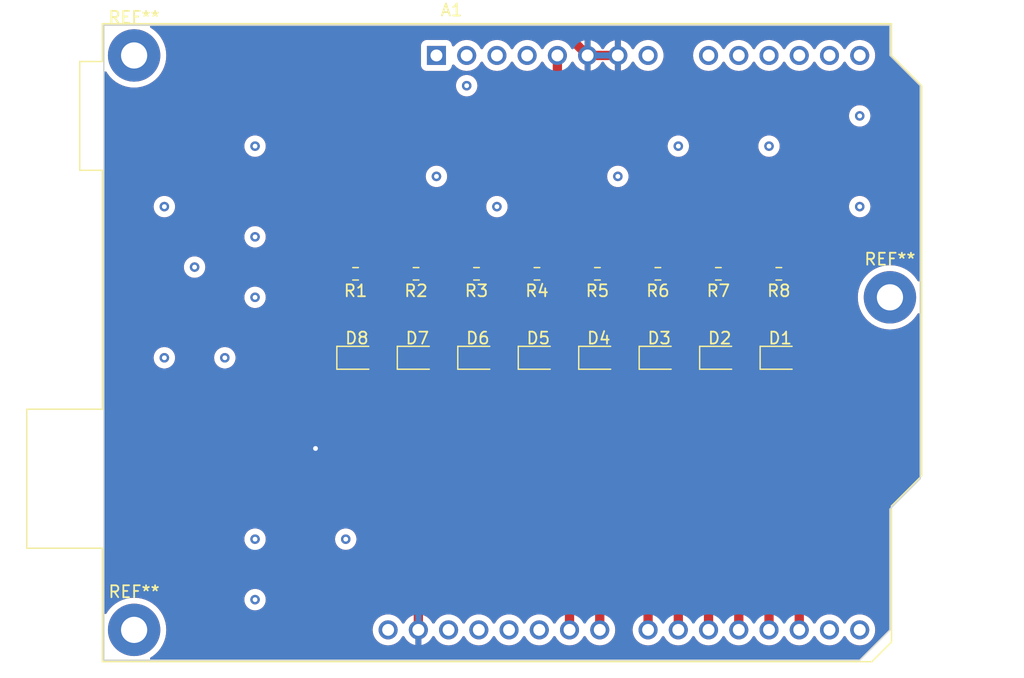
<source format=kicad_pcb>
(kicad_pcb (version 20221018) (generator pcbnew)
  (layers (0 "F.Cu" signal) (31 "B.Cu" signal) (34 "B.Paste" user) (35 "F.Paste" user) (36 "B.SilkS" user "B.Silkscreen") (37 "F.SilkS" user "F.Silkscreen") (38 "B.Mask" user) (39 "F.Mask" user) (44 "Edge.Cuts" user))
  (net 0 "")
  (net 5 "Net-(A1-+5V)")
  (net 6 "GND")
  (net 16 "Net-(A1-D2)")
  (net 17 "Net-(A1-D3)")
  (net 18 "Net-(A1-D4)")
  (net 19 "Net-(A1-D5)")
  (net 20 "Net-(A1-D6)")
  (net 21 "Net-(A1-D7)")
  (net 22 "Net-(A1-D8)")
  (net 23 "Net-(A1-D9)")
  (net 29 "Net-(D1-A)")
  (net 30 "Net-(D2-A)")
  (net 31 "Net-(D3-A)")
  (net 32 "Net-(D4-A)")
  (net 33 "Net-(D5-A)")
  (net 34 "Net-(D6-A)")
  (net 35 "Net-(D7-A)")
  (net 36 "Net-(D8-A)")
  (footprint "Resistor_SMD:R_0603_1608Metric" (layer "F.Cu") (at 160.845 53.905 180)
    (fp_text reference "R7" (at 0 -1.43) (layer "F.SilkS"))
    (fp_text value "247")
    (fp_line (start -0.237258 -0.5225) (end 0.237258 -0.5225) (stroke (width 0.12)) (layer "F.SilkS"))
    (fp_line (start -0.237258 0.5225) (end 0.237258 0.5225) (stroke (width 0.12)) (layer "F.SilkS"))
    (pad "1" smd roundrect (at -0.825 0 180) (size 0.8 0.95) (layers "F.Cu" "F.Paste" "F.Mask") (net 5 "Net-(A1-+5V)"))
    (pad "2" smd roundrect (at 0.825 0 180) (size 0.8 0.95) (layers "F.Cu" "F.Paste" "F.Mask") (net 30 "Net-(D2-A)"))
  )
  (footprint "Module:Arduino_UNO_R2" (layer "F.Cu") (at 137.16 35.56)
    (fp_text reference "A1" (at 1.27 -3.81 180) (layer "F.SilkS"))
    (fp_text value "Arduino_UNO_R2")
    (fp_line (start -34.42 29.72) (end -34.42 41.4) (stroke (width 0.12)) (layer "F.SilkS"))
    (fp_line (start -34.42 41.4) (end -28.07 41.4) (stroke (width 0.12)) (layer "F.SilkS"))
    (fp_line (start -29.97 0.51) (end -29.97 9.65) (stroke (width 0.12)) (layer "F.SilkS"))
    (fp_line (start -29.97 9.65) (end -28.07 9.65) (stroke (width 0.12)) (layer "F.SilkS"))
    (fp_line (start -28.07 -2.67) (end -28.07 0.51) (stroke (width 0.12)) (layer "F.SilkS"))
    (fp_line (start -28.07 0.51) (end -29.97 0.51) (stroke (width 0.12)) (layer "F.SilkS"))
    (fp_line (start -28.07 9.65) (end -28.07 29.72) (stroke (width 0.12)) (layer "F.SilkS"))
    (fp_line (start -28.07 29.72) (end -34.42 29.72) (stroke (width 0.12)) (layer "F.SilkS"))
    (fp_line (start -28.07 41.4) (end -28.07 50.93) (stroke (width 0.12)) (layer "F.SilkS"))
    (fp_line (start -28.07 50.93) (end 36.58 50.93) (stroke (width 0.12)) (layer "F.SilkS"))
    (fp_line (start 36.58 50.93) (end 38.23 49.28) (stroke (width 0.12)) (layer "F.SilkS"))
    (fp_line (start 38.23 -2.67) (end -28.07 -2.67) (stroke (width 0.12)) (layer "F.SilkS"))
    (fp_line (start 38.23 0) (end 38.23 -2.67) (stroke (width 0.12)) (layer "F.SilkS"))
    (fp_line (start 38.23 37.85) (end 40.77 35.31) (stroke (width 0.12)) (layer "F.SilkS"))
    (fp_line (start 38.23 49.28) (end 38.23 37.85) (stroke (width 0.12)) (layer "F.SilkS"))
    (fp_line (start 40.77 2.54) (end 38.23 0) (stroke (width 0.12)) (layer "F.SilkS"))
    (fp_line (start 40.77 35.31) (end 40.77 2.54) (stroke (width 0.12)) (layer "F.SilkS"))
    (pad "1" thru_hole rect (at 0 0 90) (size 1.6 1.6) (drill 1) (layers "*.Cu" "*.Mask"))
    (pad "2" thru_hole oval (at 2.54 0 90) (size 1.6 1.6) (drill 1) (layers "*.Cu" "*.Mask"))
    (pad "3" thru_hole oval (at 5.08 0 90) (size 1.6 1.6) (drill 1) (layers "*.Cu" "*.Mask"))
    (pad "4" thru_hole oval (at 7.62 0 90) (size 1.6 1.6) (drill 1) (layers "*.Cu" "*.Mask"))
    (pad "5" thru_hole oval (at 10.16 0 90) (size 1.6 1.6) (drill 1) (layers "*.Cu" "*.Mask") (net 5 "Net-(A1-+5V)"))
    (pad "6" thru_hole oval (at 12.7 0 90) (size 1.6 1.6) (drill 1) (layers "*.Cu" "*.Mask") (net 6 "GND"))
    (pad "7" thru_hole oval (at 15.24 0 90) (size 1.6 1.6) (drill 1) (layers "*.Cu" "*.Mask") (net 6 "GND"))
    (pad "8" thru_hole oval (at 17.78 0 90) (size 1.6 1.6) (drill 1) (layers "*.Cu" "*.Mask"))
    (pad "9" thru_hole oval (at 22.86 0 90) (size 1.6 1.6) (drill 1) (layers "*.Cu" "*.Mask"))
    (pad "10" thru_hole oval (at 25.4 0 90) (size 1.6 1.6) (drill 1) (layers "*.Cu" "*.Mask"))
    (pad "11" thru_hole oval (at 27.94 0 90) (size 1.6 1.6) (drill 1) (layers "*.Cu" "*.Mask"))
    (pad "12" thru_hole oval (at 30.48 0 90) (size 1.6 1.6) (drill 1) (layers "*.Cu" "*.Mask"))
    (pad "13" thru_hole oval (at 33.02 0 90) (size 1.6 1.6) (drill 1) (layers "*.Cu" "*.Mask"))
    (pad "14" thru_hole oval (at 35.56 0 90) (size 1.6 1.6) (drill 1) (layers "*.Cu" "*.Mask"))
    (pad "15" thru_hole oval (at 35.56 48.26 90) (size 1.6 1.6) (drill 1) (layers "*.Cu" "*.Mask"))
    (pad "16" thru_hole oval (at 33.02 48.26 90) (size 1.6 1.6) (drill 1) (layers "*.Cu" "*.Mask"))
    (pad "17" thru_hole oval (at 30.48 48.26 90) (size 1.6 1.6) (drill 1) (layers "*.Cu" "*.Mask") (net 16 "Net-(A1-D2)"))
    (pad "18" thru_hole oval (at 27.94 48.26 90) (size 1.6 1.6) (drill 1) (layers "*.Cu" "*.Mask") (net 17 "Net-(A1-D3)"))
    (pad "19" thru_hole oval (at 25.4 48.26 90) (size 1.6 1.6) (drill 1) (layers "*.Cu" "*.Mask") (net 18 "Net-(A1-D4)"))
    (pad "20" thru_hole oval (at 22.86 48.26 90) (size 1.6 1.6) (drill 1) (layers "*.Cu" "*.Mask") (net 19 "Net-(A1-D5)"))
    (pad "21" thru_hole oval (at 20.32 48.26 90) (size 1.6 1.6) (drill 1) (layers "*.Cu" "*.Mask") (net 20 "Net-(A1-D6)"))
    (pad "22" thru_hole oval (at 17.78 48.26 90) (size 1.6 1.6) (drill 1) (layers "*.Cu" "*.Mask") (net 21 "Net-(A1-D7)"))
    (pad "23" thru_hole oval (at 13.72 48.26 90) (size 1.6 1.6) (drill 1) (layers "*.Cu" "*.Mask") (net 22 "Net-(A1-D8)"))
    (pad "24" thru_hole oval (at 11.18 48.26 90) (size 1.6 1.6) (drill 1) (layers "*.Cu" "*.Mask") (net 23 "Net-(A1-D9)"))
    (pad "25" thru_hole oval (at 8.64 48.26 90) (size 1.6 1.6) (drill 1) (layers "*.Cu" "*.Mask"))
    (pad "26" thru_hole oval (at 6.1 48.26 90) (size 1.6 1.6) (drill 1) (layers "*.Cu" "*.Mask"))
    (pad "27" thru_hole oval (at 3.56 48.26 90) (size 1.6 1.6) (drill 1) (layers "*.Cu" "*.Mask"))
    (pad "28" thru_hole oval (at 1.02 48.26 90) (size 1.6 1.6) (drill 1) (layers "*.Cu" "*.Mask"))
    (pad "29" thru_hole oval (at -1.52 48.26 90) (size 1.6 1.6) (drill 1) (layers "*.Cu" "*.Mask") (net 6 "GND"))
    (pad "30" thru_hole oval (at -4.06 48.26 90) (size 1.6 1.6) (drill 1) (layers "*.Cu" "*.Mask"))
  )
  (footprint "LED_SMD:LED_0805_2012Metric" (layer "F.Cu") (at 150.7975 60.96)
    (fp_text reference "D4" (at 0 -1.65) (layer "F.SilkS"))
    (fp_text value "LED")
    (fp_line (start -1.685 -0.96) (end -1.685 0.96) (stroke (width 0.12)) (layer "F.SilkS"))
    (fp_line (start -1.685 0.96) (end 1 0.96) (stroke (width 0.12)) (layer "F.SilkS"))
    (fp_line (start 1 -0.96) (end -1.685 -0.96) (stroke (width 0.12)) (layer "F.SilkS"))
    (pad "1" smd roundrect (at -0.9375 0) (size 0.975 1.4) (layers "F.Cu" "F.Paste" "F.Mask") (net 19 "Net-(A1-D5)"))
    (pad "2" smd roundrect (at 0.9375 0) (size 0.975 1.4) (layers "F.Cu" "F.Paste" "F.Mask") (net 32 "Net-(D4-A)"))
  )
  (footprint "Resistor_SMD:R_0603_1608Metric" (layer "F.Cu") (at 145.605 53.905 180)
    (fp_text reference "R4" (at 0 -1.43) (layer "F.SilkS"))
    (fp_text value "247")
    (fp_line (start -0.237258 -0.5225) (end 0.237258 -0.5225) (stroke (width 0.12)) (layer "F.SilkS"))
    (fp_line (start -0.237258 0.5225) (end 0.237258 0.5225) (stroke (width 0.12)) (layer "F.SilkS"))
    (pad "1" smd roundrect (at -0.825 0 180) (size 0.8 0.95) (layers "F.Cu" "F.Paste" "F.Mask") (net 5 "Net-(A1-+5V)"))
    (pad "2" smd roundrect (at 0.825 0 180) (size 0.8 0.95) (layers "F.Cu" "F.Paste" "F.Mask") (net 33 "Net-(D5-A)"))
  )
  (footprint "LED_SMD:LED_0805_2012Metric" (layer "F.Cu") (at 135.5575 60.96)
    (fp_text reference "D7" (at 0 -1.65) (layer "F.SilkS"))
    (fp_text value "LED")
    (fp_line (start -1.685 -0.96) (end -1.685 0.96) (stroke (width 0.12)) (layer "F.SilkS"))
    (fp_line (start -1.685 0.96) (end 1 0.96) (stroke (width 0.12)) (layer "F.SilkS"))
    (fp_line (start 1 -0.96) (end -1.685 -0.96) (stroke (width 0.12)) (layer "F.SilkS"))
    (pad "1" smd roundrect (at -0.9375 0) (size 0.975 1.4) (layers "F.Cu" "F.Paste" "F.Mask") (net 22 "Net-(A1-D8)"))
    (pad "2" smd roundrect (at 0.9375 0) (size 0.975 1.4) (layers "F.Cu" "F.Paste" "F.Mask") (net 35 "Net-(D7-A)"))
  )
  (footprint "MountingHole:MountingHole_2.2mm_M2_Pad" (layer "F.Cu") (at 175.26 55.88)
    (fp_text reference "REF**" (at 0 -3.2) (layer "F.SilkS"))
    (fp_text value "MountingHole_2.2mm_M2_Pad")
    (pad "1" thru_hole circle (at 0 0) (size 4.4 4.4) (drill 2.2) (layers "*.Cu" "*.Mask"))
  )
  (footprint "LED_SMD:LED_0805_2012Metric" (layer "F.Cu") (at 140.6375 60.96)
    (fp_text reference "D6" (at 0 -1.65) (layer "F.SilkS"))
    (fp_text value "LED")
    (fp_line (start -1.685 -0.96) (end -1.685 0.96) (stroke (width 0.12)) (layer "F.SilkS"))
    (fp_line (start -1.685 0.96) (end 1 0.96) (stroke (width 0.12)) (layer "F.SilkS"))
    (fp_line (start 1 -0.96) (end -1.685 -0.96) (stroke (width 0.12)) (layer "F.SilkS"))
    (pad "1" smd roundrect (at -0.9375 0) (size 0.975 1.4) (layers "F.Cu" "F.Paste" "F.Mask") (net 21 "Net-(A1-D7)"))
    (pad "2" smd roundrect (at 0.9375 0) (size 0.975 1.4) (layers "F.Cu" "F.Paste" "F.Mask") (net 34 "Net-(D6-A)"))
  )
  (footprint "LED_SMD:LED_0805_2012Metric" (layer "F.Cu") (at 160.9575 60.96)
    (fp_text reference "D2" (at 0 -1.65) (layer "F.SilkS"))
    (fp_text value "LED")
    (fp_line (start -1.685 -0.96) (end -1.685 0.96) (stroke (width 0.12)) (layer "F.SilkS"))
    (fp_line (start -1.685 0.96) (end 1 0.96) (stroke (width 0.12)) (layer "F.SilkS"))
    (fp_line (start 1 -0.96) (end -1.685 -0.96) (stroke (width 0.12)) (layer "F.SilkS"))
    (pad "1" smd roundrect (at -0.9375 0) (size 0.975 1.4) (layers "F.Cu" "F.Paste" "F.Mask") (net 17 "Net-(A1-D3)"))
    (pad "2" smd roundrect (at 0.9375 0) (size 0.975 1.4) (layers "F.Cu" "F.Paste" "F.Mask") (net 30 "Net-(D2-A)"))
  )
  (footprint "LED_SMD:LED_0805_2012Metric" (layer "F.Cu") (at 155.8775 60.96)
    (fp_text reference "D3" (at 0 -1.65) (layer "F.SilkS"))
    (fp_text value "LED")
    (fp_line (start -1.685 -0.96) (end -1.685 0.96) (stroke (width 0.12)) (layer "F.SilkS"))
    (fp_line (start -1.685 0.96) (end 1 0.96) (stroke (width 0.12)) (layer "F.SilkS"))
    (fp_line (start 1 -0.96) (end -1.685 -0.96) (stroke (width 0.12)) (layer "F.SilkS"))
    (pad "1" smd roundrect (at -0.9375 0) (size 0.975 1.4) (layers "F.Cu" "F.Paste" "F.Mask") (net 18 "Net-(A1-D4)"))
    (pad "2" smd roundrect (at 0.9375 0) (size 0.975 1.4) (layers "F.Cu" "F.Paste" "F.Mask") (net 31 "Net-(D3-A)"))
  )
  (footprint "Resistor_SMD:R_0603_1608Metric" (layer "F.Cu") (at 155.765 53.905 180)
    (fp_text reference "R6" (at 0 -1.43) (layer "F.SilkS"))
    (fp_text value "247")
    (fp_line (start -0.237258 -0.5225) (end 0.237258 -0.5225) (stroke (width 0.12)) (layer "F.SilkS"))
    (fp_line (start -0.237258 0.5225) (end 0.237258 0.5225) (stroke (width 0.12)) (layer "F.SilkS"))
    (pad "1" smd roundrect (at -0.825 0 180) (size 0.8 0.95) (layers "F.Cu" "F.Paste" "F.Mask") (net 5 "Net-(A1-+5V)"))
    (pad "2" smd roundrect (at 0.825 0 180) (size 0.8 0.95) (layers "F.Cu" "F.Paste" "F.Mask") (net 31 "Net-(D3-A)"))
  )
  (footprint "Resistor_SMD:R_0603_1608Metric" (layer "F.Cu") (at 130.365 53.905 180)
    (fp_text reference "R1" (at 0 -1.43) (layer "F.SilkS"))
    (fp_text value "247")
    (fp_line (start -0.237258 -0.5225) (end 0.237258 -0.5225) (stroke (width 0.12)) (layer "F.SilkS"))
    (fp_line (start -0.237258 0.5225) (end 0.237258 0.5225) (stroke (width 0.12)) (layer "F.SilkS"))
    (pad "1" smd roundrect (at -0.825 0 180) (size 0.8 0.95) (layers "F.Cu" "F.Paste" "F.Mask") (net 5 "Net-(A1-+5V)"))
    (pad "2" smd roundrect (at 0.825 0 180) (size 0.8 0.95) (layers "F.Cu" "F.Paste" "F.Mask") (net 36 "Net-(D8-A)"))
  )
  (footprint "MountingHole:MountingHole_2.2mm_M2_Pad" (layer "F.Cu") (at 111.76 35.56)
    (fp_text reference "REF**" (at 0 -3.2) (layer "F.SilkS"))
    (fp_text value "MountingHole_2.2mm_M2_Pad")
    (pad "1" thru_hole circle (at 0 0) (size 4.4 4.4) (drill 2.2) (layers "*.Cu" "*.Mask"))
  )
  (footprint "MountingHole:MountingHole_2.2mm_M2_Pad" (layer "F.Cu") (at 111.76 83.82)
    (fp_text reference "REF**" (at 0 -3.2) (layer "F.SilkS"))
    (fp_text value "MountingHole_2.2mm_M2_Pad")
    (pad "1" thru_hole circle (at 0 0) (size 4.4 4.4) (drill 2.2) (layers "*.Cu" "*.Mask"))
  )
  (footprint "LED_SMD:LED_0805_2012Metric" (layer "F.Cu") (at 145.7175 60.96)
    (fp_text reference "D5" (at 0 -1.65) (layer "F.SilkS"))
    (fp_text value "LED")
    (fp_line (start -1.685 -0.96) (end -1.685 0.96) (stroke (width 0.12)) (layer "F.SilkS"))
    (fp_line (start -1.685 0.96) (end 1 0.96) (stroke (width 0.12)) (layer "F.SilkS"))
    (fp_line (start 1 -0.96) (end -1.685 -0.96) (stroke (width 0.12)) (layer "F.SilkS"))
    (pad "1" smd roundrect (at -0.9375 0) (size 0.975 1.4) (layers "F.Cu" "F.Paste" "F.Mask") (net 20 "Net-(A1-D6)"))
    (pad "2" smd roundrect (at 0.9375 0) (size 0.975 1.4) (layers "F.Cu" "F.Paste" "F.Mask") (net 33 "Net-(D5-A)"))
  )
  (footprint "Resistor_SMD:R_0603_1608Metric" (layer "F.Cu") (at 140.525 53.905 180)
    (fp_text reference "R3" (at 0 -1.43) (layer "F.SilkS"))
    (fp_text value "247")
    (fp_line (start -0.237258 -0.5225) (end 0.237258 -0.5225) (stroke (width 0.12)) (layer "F.SilkS"))
    (fp_line (start -0.237258 0.5225) (end 0.237258 0.5225) (stroke (width 0.12)) (layer "F.SilkS"))
    (pad "1" smd roundrect (at -0.825 0 180) (size 0.8 0.95) (layers "F.Cu" "F.Paste" "F.Mask") (net 5 "Net-(A1-+5V)"))
    (pad "2" smd roundrect (at 0.825 0 180) (size 0.8 0.95) (layers "F.Cu" "F.Paste" "F.Mask") (net 34 "Net-(D6-A)"))
  )
  (footprint "LED_SMD:LED_0805_2012Metric" (layer "F.Cu") (at 166.0375 60.96)
    (fp_text reference "D1" (at 0 -1.65) (layer "F.SilkS"))
    (fp_text value "LED")
    (fp_line (start -1.685 -0.96) (end -1.685 0.96) (stroke (width 0.12)) (layer "F.SilkS"))
    (fp_line (start -1.685 0.96) (end 1 0.96) (stroke (width 0.12)) (layer "F.SilkS"))
    (fp_line (start 1 -0.96) (end -1.685 -0.96) (stroke (width 0.12)) (layer "F.SilkS"))
    (pad "1" smd roundrect (at -0.9375 0) (size 0.975 1.4) (layers "F.Cu" "F.Paste" "F.Mask") (net 16 "Net-(A1-D2)"))
    (pad "2" smd roundrect (at 0.9375 0) (size 0.975 1.4) (layers "F.Cu" "F.Paste" "F.Mask") (net 29 "Net-(D1-A)"))
  )
  (footprint "Resistor_SMD:R_0603_1608Metric" (layer "F.Cu") (at 135.445 53.905 180)
    (fp_text reference "R2" (at 0 -1.43) (layer "F.SilkS"))
    (fp_text value "247")
    (fp_line (start -0.237258 -0.5225) (end 0.237258 -0.5225) (stroke (width 0.12)) (layer "F.SilkS"))
    (fp_line (start -0.237258 0.5225) (end 0.237258 0.5225) (stroke (width 0.12)) (layer "F.SilkS"))
    (pad "1" smd roundrect (at -0.825 0 180) (size 0.8 0.95) (layers "F.Cu" "F.Paste" "F.Mask") (net 5 "Net-(A1-+5V)"))
    (pad "2" smd roundrect (at 0.825 0 180) (size 0.8 0.95) (layers "F.Cu" "F.Paste" "F.Mask") (net 35 "Net-(D7-A)"))
  )
  (footprint "LED_SMD:LED_0805_2012Metric" (layer "F.Cu") (at 130.4775 60.96)
    (fp_text reference "D8" (at 0 -1.65) (layer "F.SilkS"))
    (fp_text value "LED")
    (fp_line (start -1.685 -0.96) (end -1.685 0.96) (stroke (width 0.12)) (layer "F.SilkS"))
    (fp_line (start -1.685 0.96) (end 1 0.96) (stroke (width 0.12)) (layer "F.SilkS"))
    (fp_line (start 1 -0.96) (end -1.685 -0.96) (stroke (width 0.12)) (layer "F.SilkS"))
    (pad "1" smd roundrect (at -0.9375 0) (size 0.975 1.4) (layers "F.Cu" "F.Paste" "F.Mask") (net 23 "Net-(A1-D9)"))
    (pad "2" smd roundrect (at 0.9375 0) (size 0.975 1.4) (layers "F.Cu" "F.Paste" "F.Mask") (net 36 "Net-(D8-A)"))
  )
  (footprint "Resistor_SMD:R_0603_1608Metric" (layer "F.Cu") (at 165.925 53.905 180)
    (fp_text reference "R8" (at 0 -1.43) (layer "F.SilkS"))
    (fp_text value "247")
    (fp_line (start -0.237258 -0.5225) (end 0.237258 -0.5225) (stroke (width 0.12)) (layer "F.SilkS"))
    (fp_line (start -0.237258 0.5225) (end 0.237258 0.5225) (stroke (width 0.12)) (layer "F.SilkS"))
    (pad "1" smd roundrect (at -0.825 0 180) (size 0.8 0.95) (layers "F.Cu" "F.Paste" "F.Mask") (net 5 "Net-(A1-+5V)"))
    (pad "2" smd roundrect (at 0.825 0 180) (size 0.8 0.95) (layers "F.Cu" "F.Paste" "F.Mask") (net 29 "Net-(D1-A)"))
  )
  (footprint "Resistor_SMD:R_0603_1608Metric" (layer "F.Cu") (at 150.685 53.905 180)
    (fp_text reference "R5" (at 0 -1.43) (layer "F.SilkS"))
    (fp_text value "247")
    (fp_line (start -0.237258 -0.5225) (end 0.237258 -0.5225) (stroke (width 0.12)) (layer "F.SilkS"))
    (fp_line (start -0.237258 0.5225) (end 0.237258 0.5225) (stroke (width 0.12)) (layer "F.SilkS"))
    (pad "1" smd roundrect (at -0.825 0 180) (size 0.8 0.95) (layers "F.Cu" "F.Paste" "F.Mask") (net 5 "Net-(A1-+5V)"))
    (pad "2" smd roundrect (at 0.825 0 180) (size 0.8 0.95) (layers "F.Cu" "F.Paste" "F.Mask") (net 32 "Net-(D4-A)"))
  )
  (gr_line (start 175.26 73.66) (end 175.26 83.82) (stroke (width 0.1)) (layer "Edge.Cuts"))
  (gr_line (start 177.8 71.12) (end 175.26 73.66) (stroke (width 0.1)) (layer "Edge.Cuts"))
  (gr_line (start 177.8 38.1) (end 177.8 71.12) (stroke (width 0.1)) (layer "Edge.Cuts"))
  (gr_line (start 172.72 86.36) (end 175.26 83.82) (stroke (width 0.1)) (layer "Edge.Cuts"))
  (gr_line (start 175.26 35.56) (end 177.8 38.1) (stroke (width 0.1)) (layer "Edge.Cuts"))
  (gr_line (start 175.26 73.66) (end 175.26 83.82) (stroke (width 0.1)) (layer "Edge.Cuts"))
  (gr_line (start 109.22 33.02) (end 175.26 33.02) (stroke (width 0.1)) (layer "Edge.Cuts"))
  (gr_line (start 175.26 33.02) (end 175.26 35.56) (stroke (width 0.1)) (layer "Edge.Cuts"))
  (gr_line (start 109.22 86.36) (end 109.22 33.02) (stroke (width 0.1)) (layer "Edge.Cuts"))
  (gr_poly (pts (xy 109.22 33.02) (xy 175.26 33.02) (xy 175.26 35.56) (xy 177.8 38.1) (xy 177.8 71.12) (xy 175.26 73.66) (xy 175.26 83.82) (xy 172.72 86.36) (xy 109.22 86.36)) (stroke (width 0.1)) (fill none) (layer "Edge.Cuts"))
  (gr_line (start 172.72 86.36) (end 109.22 86.36) (stroke (width 0.1)) (layer "Edge.Cuts"))
  (gr_text "ARDUINO UNO SHIELD" (at 119.38 78.74) (layer "F.Cu") (effects (font (size 1 0.8)) (justify bottom)))
  (via (at 116.84 53.34) (size 0.8) (drill 0.4) (layers "F.Cu" "B.Cu") (net 0))
  (via (at 121.92 81.28) (size 0.8) (drill 0.4) (layers "F.Cu" "B.Cu") (net 0))
  (via (at 152.4 45.72) (size 0.8) (drill 0.4) (layers "F.Cu" "B.Cu") (net 0))
  (via (at 172.72 40.64) (size 0.8) (drill 0.4) (layers "F.Cu" "B.Cu") (net 0))
  (via (at 139.7 38.1) (size 0.8) (drill 0.4) (layers "F.Cu" "B.Cu") (net 0))
  (via (at 157.48 43.18) (size 0.8) (drill 0.4) (layers "F.Cu" "B.Cu") (net 0))
  (via (at 121.92 50.8) (size 0.8) (drill 0.4) (layers "F.Cu" "B.Cu") (net 0))
  (via (at 121.92 43.18) (size 0.8) (drill 0.4) (layers "F.Cu" "B.Cu") (net 0))
  (via (at 121.92 76.2) (size 0.8) (drill 0.4) (layers "F.Cu" "B.Cu") (net 0))
  (via (at 142.24 48.26) (size 0.8) (drill 0.4) (layers "F.Cu" "B.Cu") (net 0))
  (via (at 165.1 43.18) (size 0.8) (drill 0.4) (layers "F.Cu" "B.Cu") (net 0))
  (via (at 119.38 60.96) (size 0.8) (drill 0.4) (layers "F.Cu" "B.Cu") (net 0))
  (via (at 114.3 60.96) (size 0.8) (drill 0.4) (layers "F.Cu" "B.Cu") (net 0))
  (via (at 129.54 76.2) (size 0.8) (drill 0.4) (layers "F.Cu" "B.Cu") (net 0))
  (via (at 114.3 48.26) (size 0.8) (drill 0.4) (layers "F.Cu" "B.Cu") (net 0))
  (via (at 121.92 55.88) (size 0.8) (drill 0.4) (layers "F.Cu" "B.Cu") (net 0))
  (via (at 137.16 45.72) (size 0.8) (drill 0.4) (layers "F.Cu" "B.Cu") (net 0))
  (via (at 172.72 48.26) (size 0.8) (drill 0.4) (layers "F.Cu" "B.Cu") (net 0))
  (segment (start 147.32 35.56) (end 147.32 50.8) (width 0.78) (layer "F.Cu") (net 5))
  (segment (start 157.48 50.8) (end 160.02 50.8) (width 0.78) (layer "F.Cu") (net 5))
  (segment (start 166.75 52.45) (end 166.75 53.905) (width 0.78) (layer "F.Cu") (net 5))
  (segment (start 141.35 53.905) (end 141.35 51.69) (width 0.78) (layer "F.Cu") (net 5))
  (segment (start 151.51 51.69) (end 152.4 50.8) (width 0.78) (layer "F.Cu") (net 5))
  (segment (start 132.08 50.8) (end 137.16 50.8) (width 0.78) (layer "F.Cu") (net 5))
  (segment (start 137.16 50.8) (end 142.24 50.8) (width 0.78) (layer "F.Cu") (net 5))
  (segment (start 147.32 50.8) (end 152.4 50.8) (width 0.78) (layer "F.Cu") (net 5))
  (segment (start 142.24 50.8) (end 147.32 50.8) (width 0.78) (layer "F.Cu") (net 5))
  (segment (start 141.35 51.69) (end 142.24 50.8) (width 0.78) (layer "F.Cu") (net 5))
  (segment (start 151.51 53.905) (end 151.51 51.69) (width 0.78) (layer "F.Cu") (net 5))
  (segment (start 162.56 50.8) (end 165.1 50.8) (width 0.78) (layer "F.Cu") (net 5))
  (segment (start 165.1 50.8) (end 166.75 52.45) (width 0.78) (layer "F.Cu") (net 5))
  (segment (start 156.59 53.905) (end 156.59 51.69) (width 0.78) (layer "F.Cu") (net 5))
  (segment (start 136.27 51.69) (end 137.16 50.8) (width 0.78) (layer "F.Cu") (net 5))
  (segment (start 146.43 53.905) (end 146.43 51.69) (width 0.78) (layer "F.Cu") (net 5))
  (segment (start 156.59 51.69) (end 157.48 50.8) (width 0.78) (layer "F.Cu") (net 5))
  (segment (start 146.43 51.69) (end 147.32 50.8) (width 0.78) (layer "F.Cu") (net 5))
  (segment (start 161.67 53.905) (end 161.67 51.69) (width 0.78) (layer "F.Cu") (net 5))
  (segment (start 136.27 53.905) (end 136.27 51.69) (width 0.78) (layer "F.Cu") (net 5))
  (segment (start 152.4 50.8) (end 162.56 50.8) (width 0.78) (layer "F.Cu") (net 5))
  (segment (start 131.19 51.69) (end 132.08 50.8) (width 0.78) (layer "F.Cu") (net 5))
  (segment (start 161.67 51.69) (end 162.56 50.8) (width 0.78) (layer "F.Cu") (net 5))
  (segment (start 131.19 53.905) (end 131.19 51.69) (width 0.78) (layer "F.Cu") (net 5))
  (segment (start 135.64 83.82) (end 135.64 77.22) (width 0.78) (layer "F.Cu") (net 6))
  (segment (start 135.64 77.22) (end 127 68.58) (width 0.78) (layer "F.Cu") (net 6))
  (segment (start 147.71 33.41) (end 149.86 35.56) (width 0.78) (layer "F.Cu") (net 6))
  (segment (start 127 35.56) (end 129.15 33.41) (width 0.78) (layer "F.Cu") (net 6))
  (segment (start 149.86 35.56) (end 152.4 35.56) (width 0.78) (layer "F.Cu") (net 6))
  (segment (start 129.15 33.41) (end 147.71 33.41) (width 0.78) (layer "F.Cu") (net 6))
  (segment (start 127 68.58) (end 127 35.56) (width 0.78) (layer "F.Cu") (net 6))
  (via (at 127 68.58) (size 0.8) (drill 0.4) (layers "F.Cu" "B.Cu") (net 6))
  (segment (start 167.64 81.28) (end 165.1 78.74) (width 0.78) (layer "F.Cu") (net 16))
  (segment (start 165.1 78.74) (end 165.1 60.96) (width 0.78) (layer "F.Cu") (net 16))
  (segment (start 167.64 83.82) (end 167.64 81.28) (width 0.78) (layer "F.Cu") (net 16))
  (segment (start 160.02 76.2) (end 160.02 60.96) (width 0.78) (layer "F.Cu") (net 17))
  (segment (start 165.1 83.82) (end 165.1 81.28) (width 0.78) (layer "F.Cu") (net 17))
  (segment (start 165.1 81.28) (end 160.02 76.2) (width 0.78) (layer "F.Cu") (net 17))
  (segment (start 162.56 81.28) (end 154.94 73.66) (width 0.78) (layer "F.Cu") (net 18))
  (segment (start 154.94 73.66) (end 154.94 60.96) (width 0.78) (layer "F.Cu") (net 18))
  (segment (start 162.56 83.82) (end 162.56 81.28) (width 0.78) (layer "F.Cu") (net 18))
  (segment (start 149.86 71.12) (end 149.86 60.96) (width 0.78) (layer "F.Cu") (net 19))
  (segment (start 160.02 81.28) (end 149.86 71.12) (width 0.78) (layer "F.Cu") (net 19))
  (segment (start 160.02 83.82) (end 160.02 81.28) (width 0.78) (layer "F.Cu") (net 19))
  (segment (start 157.48 83.82) (end 157.48 81.28) (width 0.78) (layer "F.Cu") (net 20))
  (segment (start 144.78 68.58) (end 144.78 60.96) (width 0.78) (layer "F.Cu") (net 20))
  (segment (start 157.48 81.28) (end 144.78 68.58) (width 0.78) (layer "F.Cu") (net 20))
  (segment (start 139.7 66.04) (end 139.7 60.96) (width 0.78) (layer "F.Cu") (net 21))
  (segment (start 154.94 83.82) (end 154.94 81.28) (width 0.78) (layer "F.Cu") (net 21))
  (segment (start 154.94 81.28) (end 139.7 66.04) (width 0.78) (layer "F.Cu") (net 21))
  (segment (start 150.88 82.3) (end 134.62 66.04) (width 0.78) (layer "F.Cu") (net 22))
  (segment (start 134.62 66.04) (end 134.62 60.96) (width 0.78) (layer "F.Cu") (net 22))
  (segment (start 150.88 83.82) (end 150.88 82.3) (width 0.78) (layer "F.Cu") (net 22))
  (segment (start 129.54 63.5) (end 129.54 60.96) (width 0.78) (layer "F.Cu") (net 23))
  (segment (start 148.34 83.82) (end 148.34 82.3) (width 0.78) (layer "F.Cu") (net 23))
  (segment (start 148.34 82.3) (end 129.54 63.5) (width 0.78) (layer "F.Cu") (net 23))
  (segment (start 166.975 60.96) (end 166.975 60.295) (width 0.78) (layer "F.Cu") (net 29))
  (segment (start 165.1 58.42) (end 165.1 53.905) (width 0.78) (layer "F.Cu") (net 29))
  (segment (start 166.975 60.295) (end 165.1 58.42) (width 0.78) (layer "F.Cu") (net 29))
  (segment (start 161.895 60.295) (end 160.02 58.42) (width 0.78) (layer "F.Cu") (net 30))
  (segment (start 161.895 60.96) (end 161.895 60.295) (width 0.78) (layer "F.Cu") (net 30))
  (segment (start 160.02 58.42) (end 160.02 53.905) (width 0.78) (layer "F.Cu") (net 30))
  (segment (start 156.815 60.295) (end 154.94 58.42) (width 0.78) (layer "F.Cu") (net 31))
  (segment (start 156.815 60.96) (end 156.815 60.295) (width 0.78) (layer "F.Cu") (net 31))
  (segment (start 154.94 58.42) (end 154.94 53.905) (width 0.78) (layer "F.Cu") (net 31))
  (segment (start 151.735 60.96) (end 151.735 60.295) (width 0.78) (layer "F.Cu") (net 32))
  (segment (start 151.735 60.295) (end 149.86 58.42) (width 0.78) (layer "F.Cu") (net 32))
  (segment (start 149.86 58.42) (end 149.86 53.905) (width 0.78) (layer "F.Cu") (net 32))
  (segment (start 146.655 60.295) (end 144.78 58.42) (width 0.78) (layer "F.Cu") (net 33))
  (segment (start 146.655 60.96) (end 146.655 60.295) (width 0.78) (layer "F.Cu") (net 33))
  (segment (start 144.78 58.42) (end 144.78 53.905) (width 0.78) (layer "F.Cu") (net 33))
  (segment (start 141.575 60.96) (end 141.575 60.295) (width 0.78) (layer "F.Cu") (net 34))
  (segment (start 139.7 58.42) (end 139.7 53.905) (width 0.78) (layer "F.Cu") (net 34))
  (segment (start 141.575 60.295) (end 139.7 58.42) (width 0.78) (layer "F.Cu") (net 34))
  (segment (start 136.495 60.96) (end 136.495 60.260001) (width 0.78) (layer "F.Cu") (net 35))
  (segment (start 136.495 60.260001) (end 134.654999 58.42) (width 0.78) (layer "F.Cu") (net 35))
  (segment (start 134.62 58.42) (end 134.62 53.905) (width 0.78) (layer "F.Cu") (net 35))
  (segment (start 134.654999 58.42) (end 134.62 58.42) (width 0.78) (layer "F.Cu") (net 35))
  (segment (start 131.415 60.295) (end 129.54 58.42) (width 0.78) (layer "F.Cu") (net 36))
  (segment (start 129.54 58.42) (end 129.54 53.905) (width 0.78) (layer "F.Cu") (net 36))
  (segment (start 131.415 60.96) (end 131.415 60.295) (width 0.78) (layer "F.Cu") (net 36))
  (zone (net 6) (net_name "GND") (layer "F.Cu") (connect_pads (clearance 0.5)) (min_thickness 0.25) (fill yes (thermal_gap 0.5) (thermal_bridge_width 0.5))
    (polygon (pts (xy 109.22 33.02) (xy 177.8 33.02) (xy 177.8 86.36) (xy 109.22 86.36)))
  )
  (zone (net 6) (net_name "GND") (layer "B.Cu") (priority 1) (connect_pads (clearance 0.5)) (min_thickness 0.25) (fill yes (thermal_gap 0.5) (thermal_bridge_width 0.5))
    (polygon (pts (xy 109.22 33.02) (xy 177.8 33.02) (xy 177.8 86.36) (xy 109.22 86.36)))
  )
)
</source>
